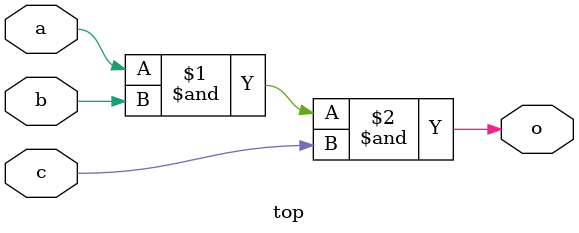
<source format=v>
module top(o, a, b, c);
output o;
input a, b, c;
and g1(o, a, b, c);
endmodule

</source>
